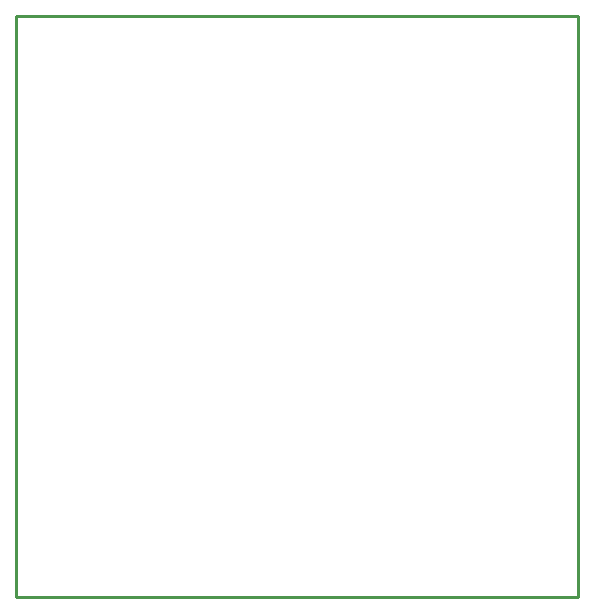
<source format=gbr>
G04 EAGLE Gerber X2 export*
%TF.Part,Single*%
%TF.FileFunction,Profile,NP*%
%TF.FilePolarity,Positive*%
%TF.GenerationSoftware,Autodesk,EAGLE,8.6.0*%
%TF.CreationDate,2018-07-05T08:12:31Z*%
G75*
%MOMM*%
%FSLAX34Y34*%
%LPD*%
%AMOC8*
5,1,8,0,0,1.08239X$1,22.5*%
G01*
%ADD10C,0.254000*%


D10*
X630000Y-217500D02*
X1106000Y-217500D01*
X1106000Y274000D01*
X630000Y274000D01*
X630000Y-217500D01*
M02*

</source>
